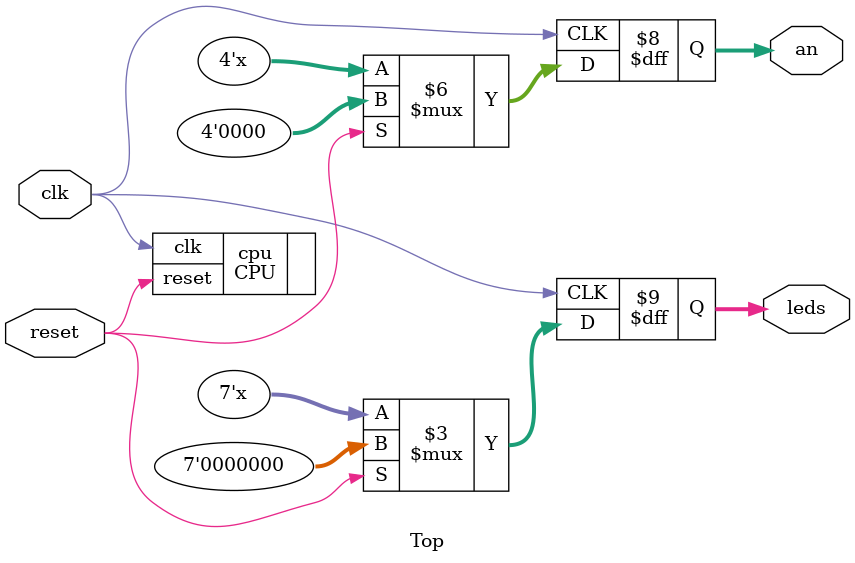
<source format=v>
`include "./src/design/CPU.v"
`timescale 1ns/1ps
module Top (
    input clk, 
    input reset,
    output reg [3:0] an,
    output reg [6:0] leds
);
    CPU cpu(.clk(clk), .reset(reset));

    always @(posedge clk) begin
        if (reset) begin
            an <= 4'b0;
            leds <= 7'b0;
        end
        else begin
            an <= cpu.bus.BCD_value[11:8];
            leds <= cpu.bus.BCD_value[7:0];
        end
    end
endmodule //Top
</source>
